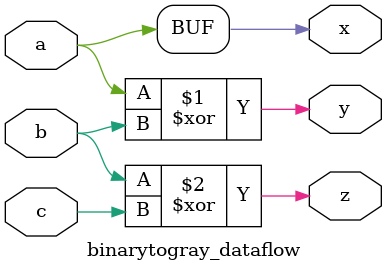
<source format=v>
`timescale 1ns / 1ps


module binarytogray_dataflow(a,b,c,x,y,z );
input a,b,c;
output x,y,z;
assign x=a;
assign y=a^b;
assign z=b^c;
endmodule

</source>
